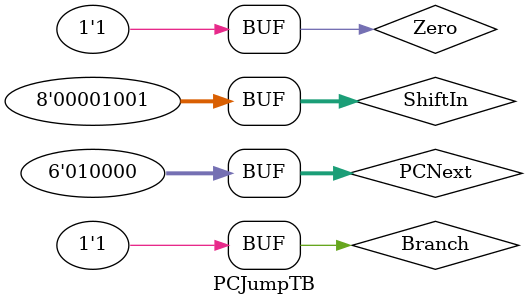
<source format=v>
`timescale 1ns / 1ps


module PCJumpTB;

	// Inputs
	reg [7:0] ShiftIn;
	reg [5:0] PCNext;
	reg Branch,Zero;
	
	// Outputs
	wire [5:0] PCJout;

	// Instantiate the Unit Under Test (UUT)
	CJump uut (
		.ShiftIn(ShiftIn), 
		.PCNext(PCNext), 
		.Branch(Branch),
		.Zero(Zero),
		.PCJout(PCJout)
	);

	initial begin
		// Initialize Inputs
		ShiftIn = 0;
		PCNext = 0;

		// Wait 100 ns for global reset to finish
		#50;
		ShiftIn = 9;
		PCNext = 16;
		Branch = 1;
		Zero = 1;
        
		// Add stimulus here

	end
      
endmodule


</source>
